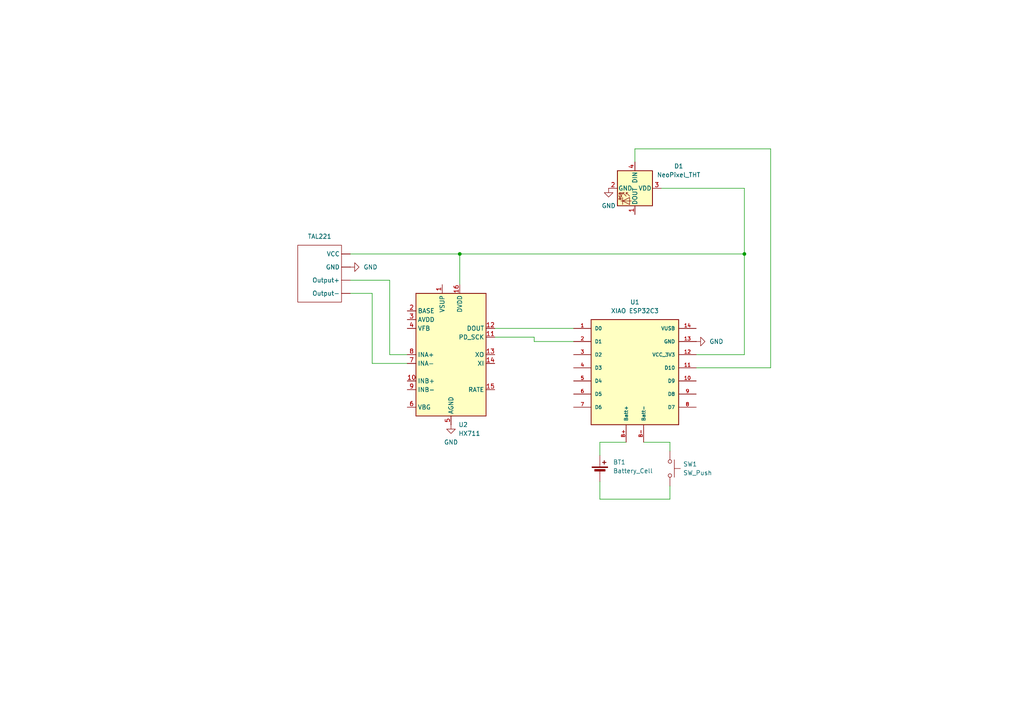
<source format=kicad_sch>
(kicad_sch (version 20250114) (generator "eeschema") (generator_version "9.0")
  (paper "A4")
  (title_block (title "Sensor Device: Smart Coaster") (date "2026-01-26") (rev "1.0") (company "Smart Water Intake Tracker") (comment 1 "Zihan Yang"))
  (lib_symbols
    (symbol "4xxx_IEEE:TAL221"
      (property "Reference" "TAL221" (at 0 10.16 0))
      (symbol "TAL221_0_1"
        (rectangle (start -6.35 7.62) (end 6.35 -8.89))
      )
      (symbol "TAL221_1_1"
        (pin input line (at 8.89 5.08 180) (length 2.54) (name "VCC") (number ""))
        (pin input line (at 8.89 1.27 180) (length 2.54) (name "GND") (number ""))
        (pin input line (at 8.89 -2.54 180) (length 2.54) (name "Output+") (number ""))
        (pin input line (at 8.89 -6.35 180) (length 2.54) (name "Output-") (number ""))
      )
    )
    (symbol "Analog_ADC:HX711"
      (property "Reference" "U" (at 5.08 21.59 0))
      (property "Value" "HX711" (at 7.62 19.05 0))
      (symbol "HX711_0_1"
        (rectangle (start -10.16 17.78) (end 10.16 -17.78) (stroke (width 0.254)) (fill (type background)))
      )
      (symbol "HX711_1_1"
        (pin passive line (at -12.7 12.7 0) (length 2.54) (name "BASE") (number "2"))
        (pin power_in line (at -12.7 10.16 0) (length 2.54) (name "AVDD") (number "3"))
        (pin input line (at -12.7 7.62 0) (length 2.54) (name "VFB") (number "4"))
        (pin input line (at -12.7 0 0) (length 2.54) (name "INA+") (number "8"))
        (pin input line (at -12.7 -2.54 0) (length 2.54) (name "INA-") (number "7"))
        (pin input line (at -12.7 -7.62 0) (length 2.54) (name "INB+") (number "10"))
        (pin input line (at -12.7 -10.16 0) (length 2.54) (name "INB-") (number "9"))
        (pin passive line (at -12.7 -15.24 0) (length 2.54) (name "VBG") (number "6"))
        (pin power_in line (at -2.54 20.32 270) (length 2.54) (name "VSUP") (number "1"))
        (pin power_in line (at 0 -20.32 90) (length 2.54) (name "AGND") (number "5"))
        (pin power_in line (at 2.54 20.32 270) (length 2.54) (name "DVDD") (number "16"))
        (pin output line (at 12.7 7.62 180) (length 2.54) (name "DOUT") (number "12"))
        (pin input line (at 12.7 5.08 180) (length 2.54) (name "PD_SCK") (number "11"))
        (pin passive line (at 12.7 0 180) (length 2.54) (name "XO") (number "13"))
        (pin passive line (at 12.7 -2.54 180) (length 2.54) (name "XI") (number "14"))
        (pin input line (at 12.7 -10.16 180) (length 2.54) (name "RATE") (number "15"))
      )
    )
    (symbol "Device:Battery_Cell" (pin_numbers (hide yes)) (pin_names (offset 0) (hide yes))
      (property "Reference" "BT" (at 2.54 2.54 0))
      (property "Value" "Battery_Cell" (at 2.54 0 0))
      (symbol "Battery_Cell_0_1"
        (rectangle (start -2.286 1.778) (end 2.286 1.524) (fill (type outline)))
        (rectangle (start -1.524 1.016) (end 1.524 0.508) (fill (type outline)))
        (polyline (pts (xy 0 1.778) (xy 0 2.54)))
        (polyline (pts (xy 0 0.762) (xy 0 0)))
        (polyline (pts (xy 0.762 3.048) (xy 1.778 3.048)) (stroke (width 0.254)))
        (polyline (pts (xy 1.27 3.556) (xy 1.27 2.54)) (stroke (width 0.254)))
      )
      (symbol "Battery_Cell_1_1"
        (pin passive line (at 0 5.08 270) (length 2.54) (name "+") (number "1"))
        (pin passive line (at 0 -2.54 90) (length 2.54) (name "-") (number "2"))
      )
    )
    (symbol "LED:NeoPixel_THT" (pin_names (offset 0.254))
      (property "Reference" "D" (at 5.08 5.715 0))
      (property "Value" "NeoPixel_THT" (at 1.27 -5.715 0))
      (symbol "NeoPixel_THT_0_0"
        (text "RGB" (at 2.286 -4.191 0) (effects (font (size 0.762 0.762))))
      )
      (symbol "NeoPixel_THT_0_1"
        (polyline (pts (xy 1.27 -2.54) (xy 1.778 -2.54)))
        (polyline (pts (xy 1.27 -3.556) (xy 1.778 -3.556)))
        (polyline (pts (xy 2.286 -1.524) (xy 1.27 -2.54) (xy 1.27 -2.032)))
        (polyline (pts (xy 2.286 -2.54) (xy 1.27 -3.556) (xy 1.27 -3.048)))
        (polyline (pts (xy 3.683 -1.016) (xy 3.683 -3.556) (xy 3.683 -4.064)))
        (polyline (pts (xy 4.699 -1.524) (xy 2.667 -1.524) (xy 3.683 -3.556) (xy 4.699 -1.524)))
        (polyline (pts (xy 4.699 -3.556) (xy 2.667 -3.556)))
        (rectangle (start 5.08 5.08) (end -5.08 -5.08) (stroke (width 0.254)) (fill (type background)))
      )
      (symbol "NeoPixel_THT_1_1"
        (pin input line (at -7.62 0 0) (length 2.54) (name "DIN") (number "4"))
        (pin power_in line (at 0 7.62 270) (length 2.54) (name "VDD") (number "3"))
        (pin power_in line (at 0 -7.62 90) (length 2.54) (name "GND") (number "2"))
        (pin output line (at 7.62 0 180) (length 2.54) (name "DOUT") (number "1"))
      )
    )
    (symbol "Switch:SW_Push" (pin_numbers (hide yes)) (pin_names (offset 1.016) (hide yes))
      (property "Reference" "SW" (at 1.27 2.54 0))
      (property "Value" "SW_Push" (at 0 -1.524 0))
      (symbol "SW_Push_0_1"
        (circle (center -2.032 0) (radius 0.508))
        (polyline (pts (xy 0 1.27) (xy 0 3.048)))
        (circle (center 2.032 0) (radius 0.508))
        (polyline (pts (xy 2.54 1.27) (xy -2.54 1.27)))
        (pin passive line (at -5.08 0 0) (length 2.54) (name "1") (number "1"))
        (pin passive line (at 5.08 0 180) (length 2.54) (name "2") (number "2"))
      )
    )
    (symbol "power:GND" (power) (pin_numbers (hide yes)) (pin_names (offset 0) (hide yes))
      (property "Value" "GND" (at 0 -3.81 0))
      (symbol "GND_0_1"
        (polyline (pts (xy 0 0) (xy 0 -1.27) (xy 1.27 -1.27) (xy 0 -2.54) (xy -1.27 -1.27) (xy 0 -1.27)))
      )
      (symbol "GND_1_1"
        (pin power_in line (at 0 0 270) (length 0) (name "~") (number "1"))
      )
    )
    (symbol "xiao_esp32c3:XIAO ESP32C3" (pin_names (offset 1.016))
      (property "Reference" "U" (at -12.7 16.002 0))
      (property "Value" "XIAO ESP32C3" (at 7.62 -19.05 0))
      (symbol "XIAO ESP32C3_0_0"
        (rectangle (start -12.7 15.24) (end 12.7 -15.24) (stroke (width 0.254)) (fill (type background)))
        (pin bidirectional line (at -17.78 12.7 0) (length 5.08) (name "D0") (number "1"))
        (pin bidirectional line (at -17.78 8.89 0) (length 5.08) (name "D1") (number "2"))
        (pin bidirectional line (at -17.78 5.08 0) (length 5.08) (name "D2") (number "3"))
        (pin bidirectional line (at -17.78 1.27 0) (length 5.08) (name "D3") (number "4"))
        (pin bidirectional line (at -17.78 -2.54 0) (length 5.08) (name "D4") (number "5"))
        (pin bidirectional line (at -17.78 -6.35 0) (length 5.08) (name "D5") (number "6"))
        (pin power_in line (at 17.78 12.7 180) (length 5.08) (name "VUSB") (number "14"))
        (pin power_in line (at 17.78 8.89 180) (length 5.08) (name "GND") (number "13"))
        (pin power_in line (at 17.78 5.08 180) (length 5.08) (name "VCC_3V3") (number "12"))
        (pin bidirectional line (at 17.78 1.27 180) (length 5.08) (name "D10") (number "11"))
        (pin bidirectional line (at 17.78 -2.54 180) (length 5.08) (name "D9") (number "10"))
        (pin bidirectional line (at 17.78 -6.35 180) (length 5.08) (name "D8") (number "9"))
      )
      (symbol "XIAO ESP32C3_1_0"
        (pin bidirectional line (at -17.78 -10.16 0) (length 5.08) (name "D6") (number "7"))
        (pin power_in line (at -2.54 -20.32 90) (length 5.08) (name "Batt+") (number "B+"))
        (pin power_in line (at 2.54 -20.32 90) (length 5.08) (name "Batt-") (number "B-"))
        (pin bidirectional line (at 17.78 -10.16 180) (length 5.08) (name "D7") (number "8"))
      )
    )
  )
  (junction (at 133.35 73.66))
  (junction (at 215.9 73.66))
  (wire (pts (xy 133.35 73.66) (xy 215.9 73.66)))
  (wire (pts (xy 143.51 97.79) (xy 154.94 97.79)))
  (wire (pts (xy 173.99 144.78) (xy 173.99 139.7)))
  (wire (pts (xy 215.9 102.87) (xy 201.93 102.87)))
  (wire (pts (xy 113.03 81.28) (xy 113.03 102.87)))
  (wire (pts (xy 194.31 144.78) (xy 173.99 144.78)))
  (wire (pts (xy 186.69 128.27) (xy 194.31 128.27)))
  (wire (pts (xy 107.95 105.41) (xy 118.11 105.41)))
  (wire (pts (xy 215.9 73.66) (xy 215.9 102.87)))
  (wire (pts (xy 223.52 106.68) (xy 201.93 106.68)))
  (wire (pts (xy 154.94 99.06) (xy 166.37 99.06)))
  (wire (pts (xy 133.35 82.55) (xy 133.35 73.66)))
  (wire (pts (xy 113.03 102.87) (xy 118.11 102.87)))
  (wire (pts (xy 194.31 140.97) (xy 194.31 144.78)))
  (wire (pts (xy 101.6 81.28) (xy 113.03 81.28)))
  (wire (pts (xy 184.15 43.18) (xy 223.52 43.18)))
  (wire (pts (xy 154.94 97.79) (xy 154.94 99.06)))
  (wire (pts (xy 101.6 85.09) (xy 107.95 85.09)))
  (wire (pts (xy 194.31 128.27) (xy 194.31 130.81)))
  (wire (pts (xy 173.99 128.27) (xy 173.99 132.08)))
  (wire (pts (xy 181.61 128.27) (xy 173.99 128.27)))
  (wire (pts (xy 107.95 85.09) (xy 107.95 105.41)))
  (wire (pts (xy 101.6 73.66) (xy 133.35 73.66)))
  (wire (pts (xy 215.9 54.61) (xy 215.9 73.66)))
  (wire (pts (xy 191.77 54.61) (xy 215.9 54.61)))
  (wire (pts (xy 184.15 46.99) (xy 184.15 43.18)))
  (wire (pts (xy 143.51 95.25) (xy 166.37 95.25)))
  (wire (pts (xy 223.52 43.18) (xy 223.52 106.68)))
  (symbol (lib_id "power:GND") (at 176.53 54.61 0) (unit 1)
    (property "Reference" "#PWR02" (effects (hide yes)))
    (property "Value" "GND" (at 176.53 59.69 0))
    (property "Description" "Power symbol creates a global label with name \"GND\" , ground" (effects (hide yes)))
  )
  (symbol (lib_id "power:GND") (at 201.93 99.06 90) (unit 1)
    (property "Reference" "#PWR01" (effects (hide yes)))
    (property "Value" "GND" (at 205.74 99.0599 90) (effects (justify right)))
    (property "Description" "Power symbol creates a global label with name \"GND\" , ground" (effects (hide yes)))
  )
  (symbol (lib_id "power:GND") (at 101.6 77.47 90) (unit 1)
    (property "Reference" "#PWR05" (effects (hide yes)))
    (property "Value" "GND" (at 105.41 77.4699 90) (effects (justify right)))
    (property "Description" "Power symbol creates a global label with name \"GND\" , ground" (effects (hide yes)))
  )
  (symbol (lib_id "Device:Battery_Cell") (at 173.99 137.16 0) (unit 1)
    (property "Reference" "BT1" (at 177.8 134.0484 0) (effects (justify left)))
    (property "Value" "Battery_Cell" (at 177.8 136.5884 0) (effects (justify left)))
    (property "Description" "Single-cell battery" (effects (hide yes)))
  )
  (symbol (lib_id "Analog_ADC:HX711") (at 130.81 102.87 0) (unit 1)
    (property "Reference" "U2" (at 132.9533 123.19 0) (effects (justify left)))
    (property "Value" "HX711" (at 132.9533 125.73 0) (effects (justify left)))
    (property "Footprint" "Package_SO:SOIC-16_3.9x9.9mm_P1.27mm" (effects (hide yes)))
    (property "Datasheet" "https://web.archive.org/web/20220615044707/https://akizukidenshi.com/download/ds/avia/hx711.pdf" (effects (hide yes)))
    (property "Description" "24-bit Analog-to-Digital Converter (ADC) for Weight Scales, SOIC-16 (SOP-16)" (effects (hide yes)))
  )
  (symbol (lib_id "LED:NeoPixel_THT") (at 184.15 54.61 270) (unit 1)
    (property "Reference" "D1" (at 196.85 48.1898 90))
    (property "Value" "NeoPixel_THT" (at 196.85 50.7298 90))
    (property "Datasheet" "https://www.adafruit.com/product/1938" (effects (hide yes)))
    (property "Description" "RGB LED with integrated controller, 5mm/8mm LED package" (effects (hide yes)))
  )
  (symbol (lib_id "4xxx_IEEE:TAL221") (at 92.71 78.74 0) (unit 1)
    (property "Reference" "TAL1" (effects (hide yes)))
    (property "Value" "TAL221" (at 92.71 68.58 0))
    (property "Footprint" "TAL221" (effects (hide yes)))
  )
  (symbol (lib_id "Switch:SW_Push") (at 194.31 135.89 270) (unit 1)
    (property "Reference" "SW1" (at 198.12 134.6199 90) (effects (justify left)))
    (property "Value" "SW_Push" (at 198.12 137.1599 90) (effects (justify left)))
    (property "Description" "Push button switch, generic, two pins" (effects (hide yes)))
  )
  (symbol (lib_id "xiao_esp32c3:XIAO ESP32C3") (at 184.15 107.95 0) (unit 1)
    (property "Reference" "U1" (at 184.15 87.63 0))
    (property "Value" "XIAO ESP32C3" (at 184.15 90.17 0))
    (property "Footprint" "XIAO_ESP32C3:xiao_esp32c3" (effects (hide yes)))
    (property "Datasheet" "https://files.seeedstudio.com/wiki/Seeed-Studio-XIAO-ESP32/esp32-c3_datasheet.pdf" (effects (hide yes)))
    (property "Description" "ESP32C3 Transceiver Evaluation Board" (effects (hide yes)))
    (property "MANUFACTURER" "Seeed Technology" (effects (hide yes)))
  )
  (symbol (lib_id "power:GND") (at 130.81 123.19 0) (unit 1)
    (property "Reference" "#PWR04" (effects (hide yes)))
    (property "Value" "GND" (at 130.81 128.27 0))
    (property "Description" "Power symbol creates a global label with name \"GND\" , ground" (effects (hide yes)))
  )
)
</source>
